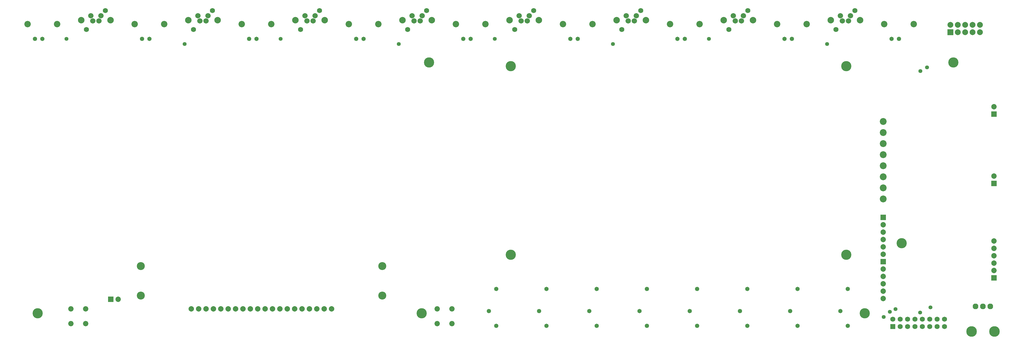
<source format=gbr>
G04 EAGLE Gerber RS-274X export*
G75*
%MOMM*%
%FSLAX34Y34*%
%LPD*%
%INSoldermask Bottom*%
%IPPOS*%
%AMOC8*
5,1,8,0,0,1.08239X$1,22.5*%
G01*
%ADD10C,1.868200*%
%ADD11C,2.743200*%
%ADD12C,1.958200*%
%ADD13C,3.653200*%
%ADD14C,1.473200*%
%ADD15C,2.203200*%
%ADD16C,1.828800*%
%ADD17C,1.727200*%
%ADD18C,2.235200*%
%ADD19R,2.003200X2.003200*%
%ADD20C,2.003200*%
%ADD21R,1.854200X1.854200*%
%ADD22C,1.854200*%
%ADD23C,2.362200*%
%ADD24C,3.505200*%
%ADD25C,1.472200*%
%ADD26C,1.838200*%
%ADD27R,1.727200X1.727200*%
%ADD28C,1.349603*%


D10*
X1087120Y91440D03*
X1061720Y91440D03*
X1036320Y91440D03*
X1010920Y91440D03*
X985520Y91440D03*
X960120Y91440D03*
X934720Y91440D03*
X909320Y91440D03*
X883920Y91440D03*
X858520Y91440D03*
X833120Y91440D03*
X807720Y91440D03*
X782320Y91440D03*
X756920Y91440D03*
X731520Y91440D03*
X706120Y91440D03*
X680720Y91440D03*
X655320Y91440D03*
X629920Y91440D03*
X604520Y91440D03*
D11*
X1261110Y238760D03*
X1261110Y137160D03*
X430530Y238760D03*
X430530Y137160D03*
D12*
X3352800Y100076D03*
X3327400Y100076D03*
X3302000Y100076D03*
D13*
X3288000Y13676D03*
X3366800Y13676D03*
D14*
X91948Y1021080D03*
X66548Y1021080D03*
D15*
X41148Y1071880D03*
X142748Y1071880D03*
D16*
X259080Y1100836D03*
X265430Y1083310D03*
X286766Y1083310D03*
X293116Y1100836D03*
D17*
X308610Y1118362D03*
D18*
X226060Y1085850D03*
X326136Y1085850D03*
D17*
X243586Y1053338D03*
D14*
X460248Y1021080D03*
X434848Y1021080D03*
D15*
X409448Y1071880D03*
X511048Y1071880D03*
D16*
X627380Y1100836D03*
X633730Y1083310D03*
X655066Y1083310D03*
X661416Y1100836D03*
D17*
X676910Y1118362D03*
D18*
X594360Y1085850D03*
X694436Y1085850D03*
D17*
X611886Y1053338D03*
D19*
X3215640Y1043940D03*
D20*
X3215640Y1069340D03*
X3241040Y1043940D03*
X3241040Y1069340D03*
X3266440Y1043940D03*
X3266440Y1069340D03*
X3291840Y1043940D03*
X3291840Y1069340D03*
X3317240Y1043940D03*
X3317240Y1069340D03*
D14*
X3038348Y1021080D03*
X3012948Y1021080D03*
D15*
X2987548Y1071880D03*
X3089148Y1071880D03*
D21*
X3365500Y523240D03*
D22*
X3365500Y548640D03*
D21*
X327660Y124460D03*
D22*
X353060Y124460D03*
D21*
X3365500Y198120D03*
D22*
X3365500Y223520D03*
X3365500Y248920D03*
X3365500Y274320D03*
X3365500Y299720D03*
X3365500Y325120D03*
D23*
X2984500Y736600D03*
X2984500Y698500D03*
X2984500Y660400D03*
X2984500Y622300D03*
X2984500Y584200D03*
X2984500Y546100D03*
X2984500Y508000D03*
X2984500Y469900D03*
D24*
X2857500Y927100D03*
X1702816Y927100D03*
X1702816Y278130D03*
X2857500Y278130D03*
D25*
X1653540Y160020D03*
X1628140Y83820D03*
X1653540Y33020D03*
X1826260Y160020D03*
X1800860Y83820D03*
X1826260Y33020D03*
D26*
X241300Y91440D03*
X190500Y91440D03*
X241300Y40640D03*
X190500Y40640D03*
X1501140Y91440D03*
X1450340Y91440D03*
X1501140Y40640D03*
X1450340Y40640D03*
D27*
X3017520Y30480D03*
D17*
X3017520Y55880D03*
X3042920Y30480D03*
X3042920Y55880D03*
X3068320Y30480D03*
X3068320Y55880D03*
X3093720Y30480D03*
X3093720Y55880D03*
X3119120Y30480D03*
X3119120Y55880D03*
X3144520Y30480D03*
X3144520Y55880D03*
X3169920Y30480D03*
X3169920Y55880D03*
X3195320Y30480D03*
X3195320Y55880D03*
D21*
X2984500Y254000D03*
D22*
X2984500Y228600D03*
X2984500Y203200D03*
X2984500Y177800D03*
X2984500Y152400D03*
X2984500Y127000D03*
D21*
X2984500Y406400D03*
D22*
X2984500Y381000D03*
X2984500Y355600D03*
X2984500Y330200D03*
X2984500Y304800D03*
X2984500Y279400D03*
D14*
X828548Y1021080D03*
X803148Y1021080D03*
D15*
X777748Y1071880D03*
X879348Y1071880D03*
D16*
X995680Y1100836D03*
X1002030Y1083310D03*
X1023366Y1083310D03*
X1029716Y1100836D03*
D17*
X1045210Y1118362D03*
D18*
X962660Y1085850D03*
X1062736Y1085850D03*
D17*
X980186Y1053338D03*
D14*
X1196848Y1021080D03*
X1171448Y1021080D03*
D15*
X1146048Y1071880D03*
X1247648Y1071880D03*
D16*
X1363980Y1100836D03*
X1370330Y1083310D03*
X1391666Y1083310D03*
X1398016Y1100836D03*
D17*
X1413510Y1118362D03*
D18*
X1330960Y1085850D03*
X1431036Y1085850D03*
D17*
X1348486Y1053338D03*
D25*
X1998980Y160020D03*
X1973580Y83820D03*
X1998980Y33020D03*
X2171700Y160020D03*
X2146300Y83820D03*
X2171700Y33020D03*
D14*
X1565148Y1021080D03*
X1539748Y1021080D03*
D15*
X1514348Y1071880D03*
X1615948Y1071880D03*
D16*
X1732280Y1100836D03*
X1738630Y1083310D03*
X1759966Y1083310D03*
X1766316Y1100836D03*
D17*
X1781810Y1118362D03*
D18*
X1699260Y1085850D03*
X1799336Y1085850D03*
D17*
X1716786Y1053338D03*
D14*
X1933448Y1021080D03*
X1908048Y1021080D03*
D15*
X1882648Y1071880D03*
X1984248Y1071880D03*
D16*
X2100580Y1100836D03*
X2106930Y1083310D03*
X2128266Y1083310D03*
X2134616Y1100836D03*
D17*
X2150110Y1118362D03*
D18*
X2067560Y1085850D03*
X2167636Y1085850D03*
D17*
X2085086Y1053338D03*
D25*
X2344420Y160020D03*
X2319020Y83820D03*
X2344420Y33020D03*
X2517140Y160020D03*
X2491740Y83820D03*
X2517140Y33020D03*
D14*
X2301748Y1021080D03*
X2276348Y1021080D03*
D15*
X2250948Y1071880D03*
X2352548Y1071880D03*
D16*
X2468880Y1100836D03*
X2475230Y1083310D03*
X2496566Y1083310D03*
X2502916Y1100836D03*
D17*
X2518410Y1118362D03*
D18*
X2435860Y1085850D03*
X2535936Y1085850D03*
D17*
X2453386Y1053338D03*
D14*
X2670048Y1021080D03*
X2644648Y1021080D03*
D15*
X2619248Y1071880D03*
X2720848Y1071880D03*
D16*
X2837180Y1100836D03*
X2843530Y1083310D03*
X2864866Y1083310D03*
X2871216Y1100836D03*
D17*
X2886710Y1118362D03*
D18*
X2804160Y1085850D03*
X2904236Y1085850D03*
D17*
X2821686Y1053338D03*
D25*
X2689860Y160020D03*
X2664460Y83820D03*
X2689860Y33020D03*
X2862580Y160020D03*
X2837180Y83820D03*
X2862580Y33020D03*
D21*
X3365500Y762000D03*
D22*
X3365500Y787400D03*
D24*
X2921000Y76200D03*
X3048000Y317500D03*
X1422400Y939800D03*
X3225800Y939800D03*
X1397000Y76200D03*
X76200Y76200D03*
D28*
X3134614Y923036D03*
X175260Y1021080D03*
X581660Y1003300D03*
X911860Y1021080D03*
X1318260Y1003300D03*
X1648460Y1021080D03*
X2054860Y1003300D03*
X2385060Y1021080D03*
X2791460Y1003300D03*
X3112008Y910082D03*
X3026747Y90678D03*
X2986024Y64008D03*
X3146298Y96266D03*
X3111500Y78740D03*
X3006598Y81280D03*
M02*

</source>
